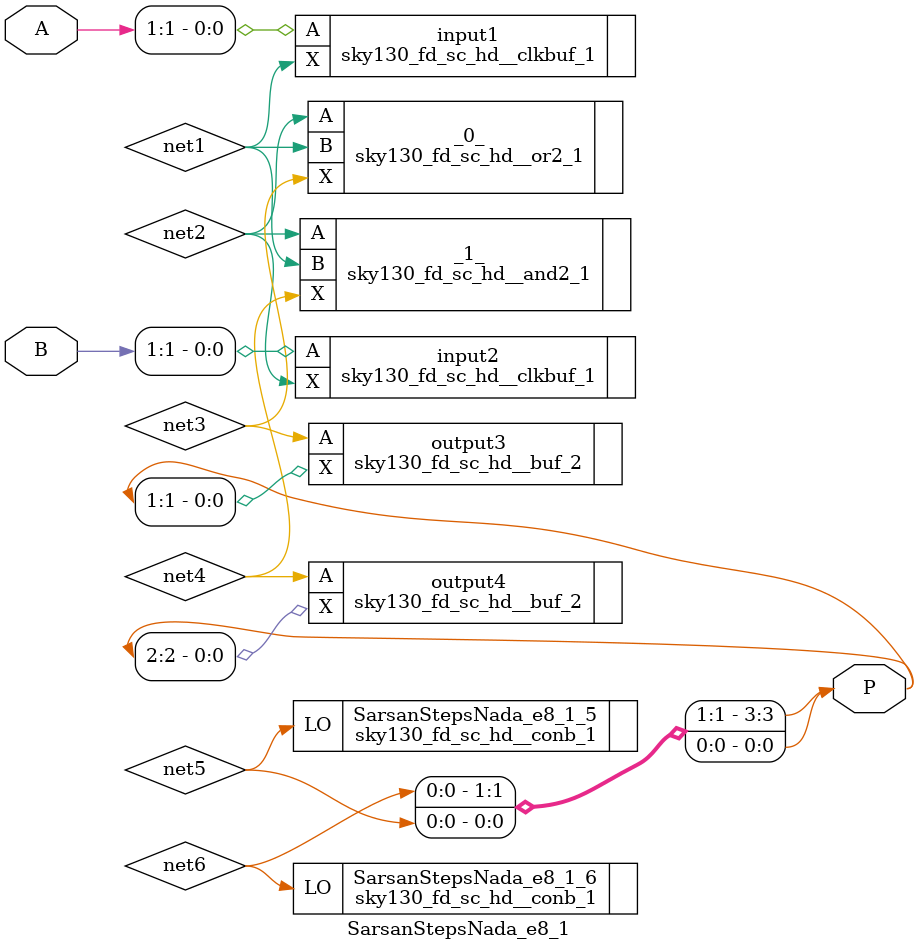
<source format=v>
module SarsanStepsNada_e8_1 (A,
    B,
    P);
 input [1:0] A;
 input [1:0] B;
 output [3:0] P;

 wire net6;
 wire net1;
 wire net2;
 wire net3;
 wire net4;
 wire net5;

 sky130_fd_sc_hd__or2_1 _0_ (.A(net2),
    .B(net1),
    .X(net3));
 sky130_fd_sc_hd__and2_1 _1_ (.A(net2),
    .B(net1),
    .X(net4));
 sky130_fd_sc_hd__conb_1 SarsanStepsNada_e8_1_6 (.LO(net6));
 sky130_ef_sc_hd__decap_12 FILLER_0_3 ();
 sky130_fd_sc_hd__decap_3 PHY_EDGE_ROW_0_Right_0 ();
 sky130_fd_sc_hd__decap_3 PHY_EDGE_ROW_1_Right_1 ();
 sky130_fd_sc_hd__decap_3 PHY_EDGE_ROW_2_Right_2 ();
 sky130_fd_sc_hd__decap_3 PHY_EDGE_ROW_3_Right_3 ();
 sky130_fd_sc_hd__decap_3 PHY_EDGE_ROW_4_Right_4 ();
 sky130_fd_sc_hd__decap_3 PHY_EDGE_ROW_5_Right_5 ();
 sky130_fd_sc_hd__decap_3 PHY_EDGE_ROW_6_Right_6 ();
 sky130_fd_sc_hd__decap_3 PHY_EDGE_ROW_7_Right_7 ();
 sky130_fd_sc_hd__decap_3 PHY_EDGE_ROW_8_Right_8 ();
 sky130_fd_sc_hd__decap_3 PHY_EDGE_ROW_9_Right_9 ();
 sky130_fd_sc_hd__decap_3 PHY_EDGE_ROW_0_Left_10 ();
 sky130_fd_sc_hd__decap_3 PHY_EDGE_ROW_1_Left_11 ();
 sky130_fd_sc_hd__decap_3 PHY_EDGE_ROW_2_Left_12 ();
 sky130_fd_sc_hd__decap_3 PHY_EDGE_ROW_3_Left_13 ();
 sky130_fd_sc_hd__decap_3 PHY_EDGE_ROW_4_Left_14 ();
 sky130_fd_sc_hd__decap_3 PHY_EDGE_ROW_5_Left_15 ();
 sky130_fd_sc_hd__decap_3 PHY_EDGE_ROW_6_Left_16 ();
 sky130_fd_sc_hd__decap_3 PHY_EDGE_ROW_7_Left_17 ();
 sky130_fd_sc_hd__decap_3 PHY_EDGE_ROW_8_Left_18 ();
 sky130_fd_sc_hd__decap_3 PHY_EDGE_ROW_9_Left_19 ();
 sky130_fd_sc_hd__tapvpwrvgnd_1 TAP_TAPCELL_ROW_0_20 ();
 sky130_fd_sc_hd__tapvpwrvgnd_1 TAP_TAPCELL_ROW_0_21 ();
 sky130_fd_sc_hd__tapvpwrvgnd_1 TAP_TAPCELL_ROW_1_22 ();
 sky130_fd_sc_hd__tapvpwrvgnd_1 TAP_TAPCELL_ROW_2_23 ();
 sky130_fd_sc_hd__tapvpwrvgnd_1 TAP_TAPCELL_ROW_3_24 ();
 sky130_fd_sc_hd__tapvpwrvgnd_1 TAP_TAPCELL_ROW_4_25 ();
 sky130_fd_sc_hd__tapvpwrvgnd_1 TAP_TAPCELL_ROW_5_26 ();
 sky130_fd_sc_hd__tapvpwrvgnd_1 TAP_TAPCELL_ROW_6_27 ();
 sky130_fd_sc_hd__tapvpwrvgnd_1 TAP_TAPCELL_ROW_7_28 ();
 sky130_fd_sc_hd__tapvpwrvgnd_1 TAP_TAPCELL_ROW_8_29 ();
 sky130_fd_sc_hd__tapvpwrvgnd_1 TAP_TAPCELL_ROW_9_30 ();
 sky130_fd_sc_hd__tapvpwrvgnd_1 TAP_TAPCELL_ROW_9_31 ();
 sky130_fd_sc_hd__clkbuf_1 input1 (.A(A[1]),
    .X(net1));
 sky130_fd_sc_hd__clkbuf_1 input2 (.A(B[1]),
    .X(net2));
 sky130_fd_sc_hd__buf_2 output3 (.A(net3),
    .X(P[1]));
 sky130_fd_sc_hd__buf_2 output4 (.A(net4),
    .X(P[2]));
 sky130_fd_sc_hd__conb_1 SarsanStepsNada_e8_1_5 (.LO(net5));
 sky130_ef_sc_hd__decap_12 FILLER_0_15 ();
 sky130_fd_sc_hd__fill_1 FILLER_0_27 ();
 sky130_ef_sc_hd__decap_12 FILLER_0_29 ();
 sky130_ef_sc_hd__decap_12 FILLER_0_41 ();
 sky130_fd_sc_hd__decap_3 FILLER_0_53 ();
 sky130_ef_sc_hd__decap_12 FILLER_0_57 ();
 sky130_ef_sc_hd__decap_12 FILLER_0_69 ();
 sky130_ef_sc_hd__decap_12 FILLER_1_3 ();
 sky130_ef_sc_hd__decap_12 FILLER_1_15 ();
 sky130_ef_sc_hd__decap_12 FILLER_1_27 ();
 sky130_ef_sc_hd__decap_12 FILLER_1_39 ();
 sky130_fd_sc_hd__decap_4 FILLER_1_51 ();
 sky130_fd_sc_hd__fill_1 FILLER_1_55 ();
 sky130_ef_sc_hd__decap_12 FILLER_1_57 ();
 sky130_ef_sc_hd__decap_12 FILLER_1_69 ();
 sky130_ef_sc_hd__decap_12 FILLER_2_3 ();
 sky130_ef_sc_hd__decap_12 FILLER_2_15 ();
 sky130_fd_sc_hd__fill_1 FILLER_2_27 ();
 sky130_ef_sc_hd__decap_12 FILLER_2_29 ();
 sky130_ef_sc_hd__decap_12 FILLER_2_41 ();
 sky130_ef_sc_hd__decap_12 FILLER_2_53 ();
 sky130_ef_sc_hd__decap_12 FILLER_2_65 ();
 sky130_fd_sc_hd__decap_4 FILLER_2_77 ();
 sky130_ef_sc_hd__decap_12 FILLER_3_3 ();
 sky130_ef_sc_hd__decap_12 FILLER_3_15 ();
 sky130_ef_sc_hd__decap_12 FILLER_3_27 ();
 sky130_ef_sc_hd__decap_12 FILLER_3_39 ();
 sky130_fd_sc_hd__decap_4 FILLER_3_51 ();
 sky130_fd_sc_hd__fill_1 FILLER_3_55 ();
 sky130_ef_sc_hd__decap_12 FILLER_3_57 ();
 sky130_ef_sc_hd__decap_12 FILLER_3_69 ();
 sky130_fd_sc_hd__decap_6 FILLER_4_6 ();
 sky130_fd_sc_hd__decap_8 FILLER_4_17 ();
 sky130_fd_sc_hd__decap_3 FILLER_4_25 ();
 sky130_ef_sc_hd__decap_12 FILLER_4_29 ();
 sky130_ef_sc_hd__decap_12 FILLER_4_41 ();
 sky130_ef_sc_hd__decap_12 FILLER_4_53 ();
 sky130_ef_sc_hd__decap_12 FILLER_4_65 ();
 sky130_fd_sc_hd__fill_1 FILLER_4_77 ();
 sky130_fd_sc_hd__decap_6 FILLER_5_6 ();
 sky130_ef_sc_hd__decap_12 FILLER_5_17 ();
 sky130_ef_sc_hd__decap_12 FILLER_5_29 ();
 sky130_ef_sc_hd__decap_12 FILLER_5_41 ();
 sky130_fd_sc_hd__decap_3 FILLER_5_53 ();
 sky130_ef_sc_hd__decap_12 FILLER_5_57 ();
 sky130_fd_sc_hd__decap_8 FILLER_5_69 ();
 sky130_ef_sc_hd__decap_12 FILLER_6_7 ();
 sky130_fd_sc_hd__decap_8 FILLER_6_19 ();
 sky130_fd_sc_hd__fill_1 FILLER_6_27 ();
 sky130_ef_sc_hd__decap_12 FILLER_6_29 ();
 sky130_ef_sc_hd__decap_12 FILLER_6_41 ();
 sky130_ef_sc_hd__decap_12 FILLER_6_53 ();
 sky130_ef_sc_hd__decap_12 FILLER_6_65 ();
 sky130_fd_sc_hd__fill_1 FILLER_6_77 ();
 sky130_ef_sc_hd__decap_12 FILLER_7_3 ();
 sky130_ef_sc_hd__decap_12 FILLER_7_15 ();
 sky130_ef_sc_hd__decap_12 FILLER_7_27 ();
 sky130_ef_sc_hd__decap_12 FILLER_7_39 ();
 sky130_fd_sc_hd__decap_4 FILLER_7_51 ();
 sky130_fd_sc_hd__fill_1 FILLER_7_55 ();
 sky130_ef_sc_hd__decap_12 FILLER_7_57 ();
 sky130_ef_sc_hd__decap_12 FILLER_7_69 ();
 sky130_ef_sc_hd__decap_12 FILLER_8_3 ();
 sky130_ef_sc_hd__decap_12 FILLER_8_15 ();
 sky130_fd_sc_hd__fill_1 FILLER_8_27 ();
 sky130_ef_sc_hd__decap_12 FILLER_8_29 ();
 sky130_ef_sc_hd__decap_12 FILLER_8_41 ();
 sky130_ef_sc_hd__decap_12 FILLER_8_53 ();
 sky130_ef_sc_hd__decap_12 FILLER_8_65 ();
 sky130_fd_sc_hd__decap_4 FILLER_8_77 ();
 sky130_ef_sc_hd__decap_12 FILLER_9_3 ();
 sky130_ef_sc_hd__decap_12 FILLER_9_15 ();
 sky130_fd_sc_hd__fill_1 FILLER_9_27 ();
 sky130_ef_sc_hd__decap_12 FILLER_9_29 ();
 sky130_ef_sc_hd__decap_12 FILLER_9_41 ();
 sky130_fd_sc_hd__decap_3 FILLER_9_53 ();
 sky130_ef_sc_hd__decap_12 FILLER_9_57 ();
 sky130_ef_sc_hd__decap_12 FILLER_9_69 ();
 assign P[0] = net5;
 assign P[3] = net6;
endmodule

</source>
